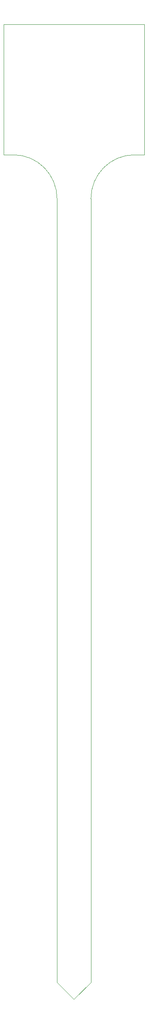
<source format=gko>
%FSLAX25Y25*%
%MOIN*%
G70*
G01*
G75*
G04 Layer_Color=16711935*
%ADD10R,0.03937X0.02756*%
%ADD11R,0.02362X0.03937*%
%ADD12R,0.01969X0.03937*%
%ADD13R,0.02756X0.03937*%
%ADD14R,0.06299X0.07874*%
%ADD15O,0.02165X0.06496*%
%ADD16O,0.06496X0.02165*%
%ADD17R,0.02362X0.05118*%
%ADD18R,0.06299X0.02756*%
%ADD19R,0.02362X0.05906*%
%ADD20R,0.03150X0.09843*%
%ADD21R,0.03150X0.07480*%
%ADD22R,0.07480X0.03150*%
%ADD23C,0.00787*%
%ADD24C,0.07874*%
G04:AMPARAMS|DCode=25|XSize=78.74mil|YSize=78.74mil|CornerRadius=19.69mil|HoleSize=0mil|Usage=FLASHONLY|Rotation=270.000|XOffset=0mil|YOffset=0mil|HoleType=Round|Shape=RoundedRectangle|*
%AMROUNDEDRECTD25*
21,1,0.07874,0.03937,0,0,270.0*
21,1,0.03937,0.07874,0,0,270.0*
1,1,0.03937,-0.01969,-0.01969*
1,1,0.03937,-0.01969,0.01969*
1,1,0.03937,0.01969,0.01969*
1,1,0.03937,0.01969,-0.01969*
%
%ADD25ROUNDEDRECTD25*%
%ADD26C,0.07874*%
%ADD27C,0.05906*%
%ADD28R,0.05906X0.05906*%
%ADD29R,0.05906X0.05906*%
%ADD30C,0.04724*%
%ADD31C,0.02362*%
%ADD32C,0.02756*%
%ADD33R,0.04724X0.04724*%
%ADD34C,0.05906*%
%ADD35C,0.01000*%
%ADD36C,0.00984*%
%ADD37C,0.02362*%
%ADD38C,0.00394*%
%ADD39R,0.04737X0.03556*%
%ADD40R,0.03162X0.04737*%
%ADD41R,0.02769X0.04737*%
%ADD42R,0.03556X0.04737*%
%ADD43R,0.07099X0.08674*%
%ADD44O,0.02965X0.07296*%
%ADD45O,0.07296X0.02965*%
%ADD46R,0.03162X0.05918*%
%ADD47R,0.07099X0.03556*%
%ADD48R,0.03162X0.06706*%
%ADD49R,0.03950X0.10642*%
%ADD50R,0.03950X0.08280*%
%ADD51R,0.08280X0.03950*%
%ADD52C,0.00800*%
G04:AMPARAMS|DCode=53|XSize=86.74mil|YSize=86.74mil|CornerRadius=23.69mil|HoleSize=0mil|Usage=FLASHONLY|Rotation=270.000|XOffset=0mil|YOffset=0mil|HoleType=Round|Shape=RoundedRectangle|*
%AMROUNDEDRECTD53*
21,1,0.08674,0.03937,0,0,270.0*
21,1,0.03937,0.08674,0,0,270.0*
1,1,0.04737,-0.01969,-0.01969*
1,1,0.04737,-0.01969,0.01969*
1,1,0.04737,0.01969,0.01969*
1,1,0.04737,0.01969,-0.01969*
%
%ADD53ROUNDEDRECTD53*%
%ADD54C,0.08674*%
%ADD55C,0.06706*%
%ADD56R,0.06706X0.06706*%
%ADD57R,0.06706X0.06706*%
%ADD58C,0.05524*%
%ADD59C,0.03162*%
%ADD60C,0.03556*%
%ADD61R,0.05524X0.05524*%
D38*
X-0Y239173D02*
G03*
X-35433Y274606I-35433J0D01*
G01*
X62992Y274606D02*
G03*
X27559Y239173I0J-35433D01*
G01*
X13780Y-407480D02*
X27559Y-393701D01*
X0D02*
X13779Y-407480D01*
X0Y-393701D02*
Y239173D01*
X62992Y274606D02*
X70866D01*
X-43307D02*
X-35433D01*
X-43307D02*
Y379921D01*
X70866Y274606D02*
Y379921D01*
X-43307D02*
X70866D01*
X27559Y-393701D02*
Y239173D01*
M02*

</source>
